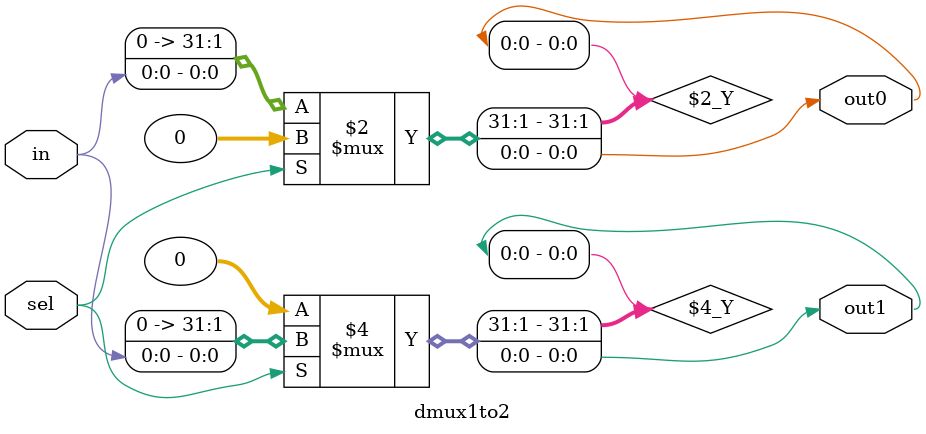
<source format=v>
module dmux1to2(
  input in,
  input sel,
  output out0,
  output out1
);
  assign out0 = sel ? 0 : in;
  assign out1 = sel ? in : 0;
endmodule
</source>
